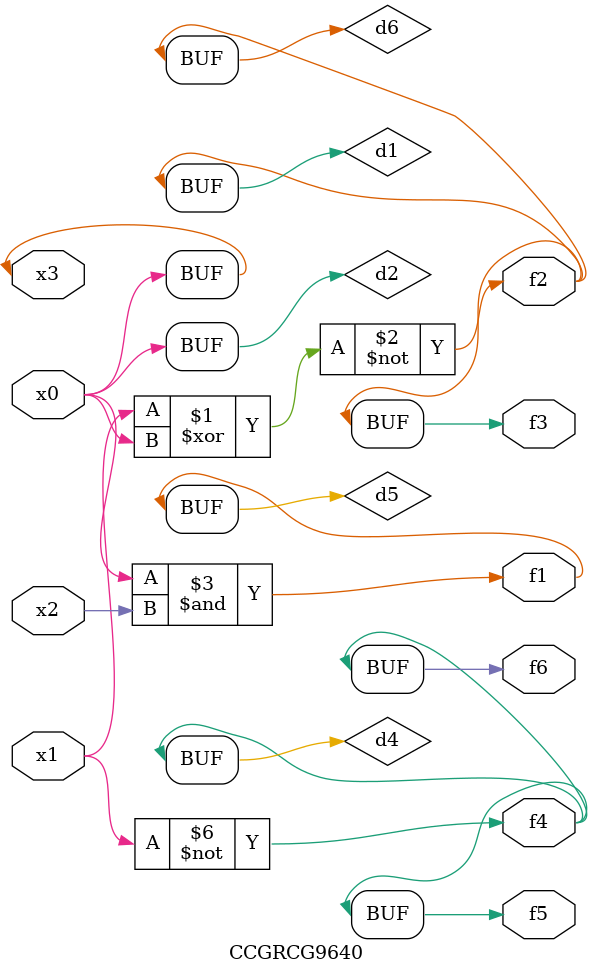
<source format=v>
module CCGRCG9640(
	input x0, x1, x2, x3,
	output f1, f2, f3, f4, f5, f6
);

	wire d1, d2, d3, d4, d5, d6;

	xnor (d1, x1, x3);
	buf (d2, x0, x3);
	nand (d3, x0, x2);
	not (d4, x1);
	nand (d5, d3);
	or (d6, d1);
	assign f1 = d5;
	assign f2 = d6;
	assign f3 = d6;
	assign f4 = d4;
	assign f5 = d4;
	assign f6 = d4;
endmodule

</source>
